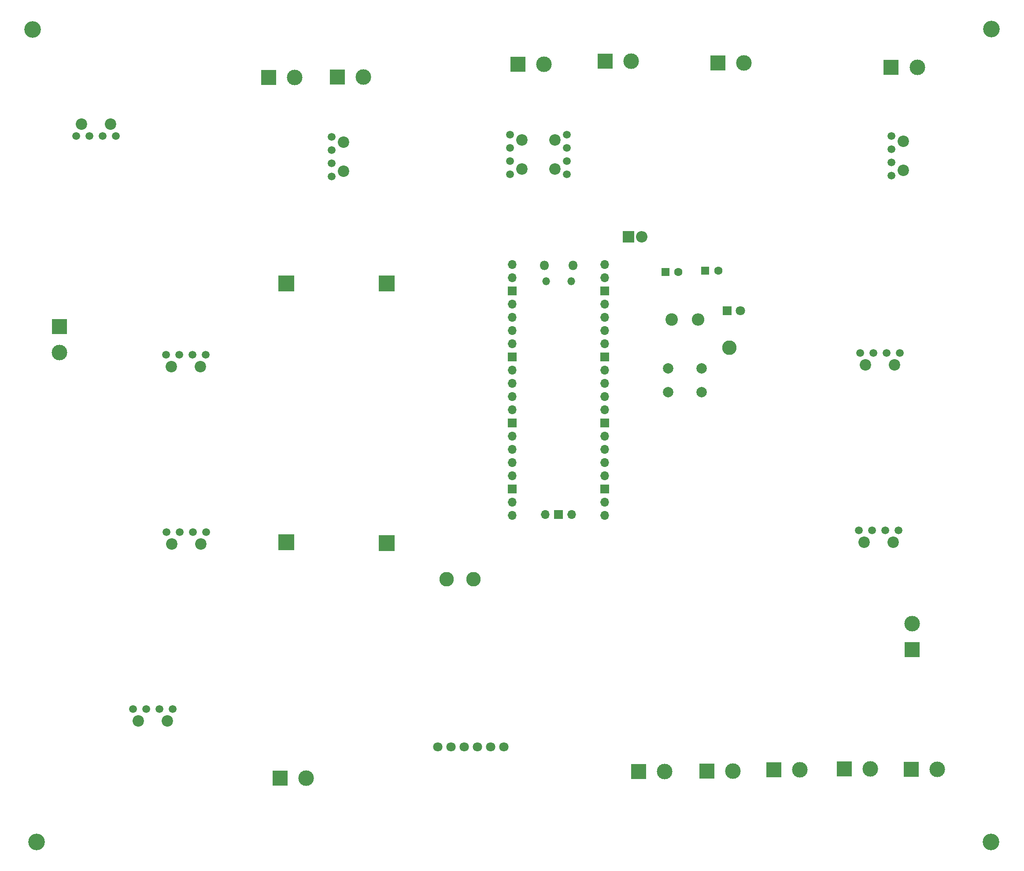
<source format=gbr>
%TF.GenerationSoftware,KiCad,Pcbnew,7.0.11+dfsg-1build4*%
%TF.CreationDate,2025-03-03T16:28:00+05:30*%
%TF.ProjectId,incubator,696e6375-6261-4746-9f72-2e6b69636164,rev?*%
%TF.SameCoordinates,Original*%
%TF.FileFunction,Soldermask,Bot*%
%TF.FilePolarity,Negative*%
%FSLAX46Y46*%
G04 Gerber Fmt 4.6, Leading zero omitted, Abs format (unit mm)*
G04 Created by KiCad (PCBNEW 7.0.11+dfsg-1build4) date 2025-03-03 16:28:00*
%MOMM*%
%LPD*%
G01*
G04 APERTURE LIST*
%ADD10C,2.800000*%
%ADD11C,2.000000*%
%ADD12R,3.000000X3.000000*%
%ADD13C,3.000000*%
%ADD14C,3.200000*%
%ADD15O,1.700000X1.700000*%
%ADD16R,1.700000X1.700000*%
%ADD17O,1.800000X1.800000*%
%ADD18O,1.500000X1.500000*%
%ADD19O,2.200000X2.200000*%
%ADD20R,2.200000X2.200000*%
%ADD21R,1.800000X1.800000*%
%ADD22C,1.800000*%
%ADD23C,2.400000*%
%ADD24O,2.400000X2.400000*%
%ADD25R,1.600000X1.600000*%
%ADD26C,1.600000*%
%ADD27R,3.140000X3.140000*%
%ADD28C,1.500000*%
%ADD29C,2.200000*%
G04 APERTURE END LIST*
D10*
%TO.C,TP3*%
X169501000Y-82873000D03*
%TD*%
%TO.C,TP2*%
X120234000Y-127360000D03*
%TD*%
%TO.C,TP1*%
X115074000Y-127360000D03*
%TD*%
D11*
%TO.C,SW1*%
X157661000Y-86853000D03*
X164161000Y-86853000D03*
X157661000Y-91353000D03*
X164161000Y-91353000D03*
%TD*%
D12*
%TO.C,J15*%
X83130000Y-165610000D03*
D13*
X88130000Y-165610000D03*
%TD*%
D12*
%TO.C,J14*%
X177974000Y-164070000D03*
D13*
X182974000Y-164070000D03*
%TD*%
D12*
%TO.C,J22*%
X145594000Y-27750000D03*
D13*
X150594000Y-27750000D03*
%TD*%
D14*
%TO.C,H2*%
X35540000Y-21650000D03*
%TD*%
D15*
%TO.C,U3*%
X139180000Y-114910000D03*
D16*
X136640000Y-114910000D03*
D15*
X134100000Y-114910000D03*
X145530000Y-66880000D03*
X145530000Y-69420000D03*
D16*
X145530000Y-71960000D03*
D15*
X145530000Y-74500000D03*
X145530000Y-77040000D03*
X145530000Y-79580000D03*
X145530000Y-82120000D03*
D16*
X145530000Y-84660000D03*
D15*
X145530000Y-87200000D03*
X145530000Y-89740000D03*
X145530000Y-92280000D03*
X145530000Y-94820000D03*
D16*
X145530000Y-97360000D03*
D15*
X145530000Y-99900000D03*
X145530000Y-102440000D03*
X145530000Y-104980000D03*
X145530000Y-107520000D03*
D16*
X145530000Y-110060000D03*
D15*
X145530000Y-112600000D03*
X145530000Y-115140000D03*
X127750000Y-115140000D03*
X127750000Y-112600000D03*
D16*
X127750000Y-110060000D03*
D15*
X127750000Y-107520000D03*
X127750000Y-104980000D03*
X127750000Y-102440000D03*
X127750000Y-99900000D03*
D16*
X127750000Y-97360000D03*
D15*
X127750000Y-94820000D03*
X127750000Y-92280000D03*
X127750000Y-89740000D03*
X127750000Y-87200000D03*
D16*
X127750000Y-84660000D03*
D15*
X127750000Y-82120000D03*
X127750000Y-79580000D03*
X127750000Y-77040000D03*
X127750000Y-74500000D03*
D16*
X127750000Y-71960000D03*
D15*
X127750000Y-69420000D03*
X127750000Y-66880000D03*
D17*
X139365000Y-67010000D03*
D18*
X139065000Y-70040000D03*
X134215000Y-70040000D03*
D17*
X133915000Y-67010000D03*
%TD*%
D19*
%TO.C,D2*%
X152631000Y-61523000D03*
D20*
X150091000Y-61523000D03*
%TD*%
D21*
%TO.C,D1*%
X169061000Y-75753000D03*
D22*
X171601000Y-75753000D03*
%TD*%
D23*
%TO.C,R1*%
X158381000Y-77393000D03*
D24*
X163461000Y-77393000D03*
%TD*%
D14*
%TO.C,H1*%
X219820000Y-21560000D03*
%TD*%
D22*
%TO.C,U10*%
X126074000Y-159606000D03*
X123534000Y-159606000D03*
X120994000Y-159606000D03*
X118454000Y-159606000D03*
X115914000Y-159606000D03*
X113374000Y-159606000D03*
%TD*%
D25*
%TO.C,C3*%
X157181000Y-68303000D03*
D26*
X159681000Y-68303000D03*
%TD*%
D12*
%TO.C,J17*%
X165174000Y-164270000D03*
D13*
X170174000Y-164270000D03*
%TD*%
D27*
%TO.C,U2*%
X103607000Y-70516000D03*
X84303000Y-70516000D03*
X103607000Y-120427000D03*
X84303000Y-120300000D03*
%TD*%
D12*
%TO.C,J20*%
X40674000Y-78800000D03*
D13*
X40674000Y-83800000D03*
%TD*%
D28*
%TO.C,U13*%
X194364000Y-118010000D03*
D29*
X195380000Y-120296000D03*
D28*
X196904000Y-118010000D03*
X199444000Y-118010000D03*
D29*
X200968000Y-120296000D03*
D28*
X201984000Y-118010000D03*
%TD*%
%TO.C,U7*%
X92968000Y-49914000D03*
D29*
X95254000Y-48898000D03*
D28*
X92968000Y-47374000D03*
X92968000Y-44834000D03*
D29*
X95254000Y-43310000D03*
D28*
X92968000Y-42294000D03*
%TD*%
%TO.C,U5*%
X138229000Y-41833500D03*
D29*
X135943000Y-42849500D03*
D28*
X138229000Y-44373500D03*
X138229000Y-46913500D03*
D29*
X135943000Y-48437500D03*
D28*
X138229000Y-49453500D03*
%TD*%
D12*
%TO.C,J2*%
X200574000Y-28890000D03*
D13*
X205574000Y-28890000D03*
%TD*%
D28*
%TO.C,U6*%
X200618000Y-49744000D03*
D29*
X202904000Y-48728000D03*
D28*
X200618000Y-47204000D03*
X200618000Y-44664000D03*
D29*
X202904000Y-43140000D03*
D28*
X200618000Y-42124000D03*
%TD*%
D12*
%TO.C,J13*%
X191564000Y-163870000D03*
D13*
X196564000Y-163870000D03*
%TD*%
D28*
%TO.C,U8*%
X127304000Y-49440000D03*
D29*
X129590000Y-48424000D03*
D28*
X127304000Y-46900000D03*
X127304000Y-44360000D03*
D29*
X129590000Y-42836000D03*
D28*
X127304000Y-41820000D03*
%TD*%
%TO.C,U12*%
X62480000Y-152380000D03*
D29*
X61464000Y-154666000D03*
D28*
X59940000Y-152380000D03*
X57400000Y-152380000D03*
D29*
X55876000Y-154666000D03*
D28*
X54860000Y-152380000D03*
%TD*%
%TO.C,U9*%
X61144000Y-84180000D03*
D29*
X62160000Y-86466000D03*
D28*
X63684000Y-84180000D03*
X66224000Y-84180000D03*
D29*
X67748000Y-86466000D03*
D28*
X68764000Y-84180000D03*
%TD*%
D12*
%TO.C,J12*%
X152044000Y-164370000D03*
D13*
X157044000Y-164370000D03*
%TD*%
D12*
%TO.C,J16*%
X204444000Y-163930000D03*
D13*
X209444000Y-163930000D03*
%TD*%
D12*
%TO.C,J21*%
X128804000Y-28300000D03*
D13*
X133804000Y-28300000D03*
%TD*%
D12*
%TO.C,J6*%
X204614000Y-140930000D03*
D13*
X204614000Y-135930000D03*
%TD*%
D12*
%TO.C,J1*%
X94094000Y-30740000D03*
D13*
X99094000Y-30740000D03*
%TD*%
D28*
%TO.C,U11*%
X61222000Y-118304000D03*
D29*
X62238000Y-120590000D03*
D28*
X63762000Y-118304000D03*
X66302000Y-118304000D03*
D29*
X67826000Y-120590000D03*
D28*
X68842000Y-118304000D03*
%TD*%
D12*
%TO.C,J5*%
X167254000Y-28030000D03*
D13*
X172254000Y-28030000D03*
%TD*%
D28*
%TO.C,U4*%
X51490000Y-42156000D03*
D29*
X50474000Y-39870000D03*
D28*
X48950000Y-42156000D03*
X46410000Y-42156000D03*
D29*
X44886000Y-39870000D03*
D28*
X43870000Y-42156000D03*
%TD*%
D14*
%TO.C,H4*%
X36260000Y-177880000D03*
%TD*%
D25*
%TO.C,C1*%
X164825888Y-68023000D03*
D26*
X167325888Y-68023000D03*
%TD*%
D28*
%TO.C,U1*%
X194578000Y-83874000D03*
D29*
X195594000Y-86160000D03*
D28*
X197118000Y-83874000D03*
X199658000Y-83874000D03*
D29*
X201182000Y-86160000D03*
D28*
X202198000Y-83874000D03*
%TD*%
D12*
%TO.C,J3*%
X80894000Y-30880000D03*
D13*
X85894000Y-30880000D03*
%TD*%
D14*
%TO.C,H3*%
X219770000Y-177920000D03*
%TD*%
M02*

</source>
